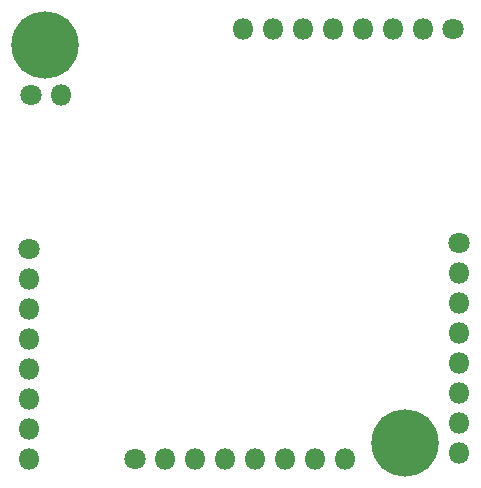
<source format=gbs>
%TF.GenerationSoftware,KiCad,Pcbnew,(5.1.6)-1*%
%TF.CreationDate,2020-12-03T23:45:43-06:00*%
%TF.ProjectId,CANBoard,43414e42-6f61-4726-942e-6b696361645f,v1*%
%TF.SameCoordinates,Original*%
%TF.FileFunction,Soldermask,Bot*%
%TF.FilePolarity,Negative*%
%FSLAX46Y46*%
G04 Gerber Fmt 4.6, Leading zero omitted, Abs format (unit mm)*
G04 Created by KiCad (PCBNEW (5.1.6)-1) date 2020-12-03 23:45:43*
%MOMM*%
%LPD*%
G01*
G04 APERTURE LIST*
%ADD10O,1.800000X1.800000*%
%ADD11C,1.800000*%
%ADD12C,5.700000*%
G04 APERTURE END LIST*
D10*
X137922000Y-64770000D03*
X140462000Y-64770000D03*
X143002000Y-64770000D03*
X145542000Y-64770000D03*
X148082000Y-64770000D03*
X150622000Y-64770000D03*
X153162000Y-64770000D03*
D11*
X155702000Y-64770000D03*
D10*
X122491500Y-70358000D03*
D11*
X119951500Y-70358000D03*
D10*
X156210000Y-100711000D03*
X156210000Y-98171000D03*
X156210000Y-95631000D03*
X156210000Y-93091000D03*
X156210000Y-90551000D03*
X156210000Y-88011000D03*
X156210000Y-85471000D03*
D11*
X156210000Y-82931000D03*
D10*
X119761000Y-101219000D03*
X119761000Y-98679000D03*
X119761000Y-96139000D03*
X119761000Y-93599000D03*
X119761000Y-91059000D03*
X119761000Y-88519000D03*
X119761000Y-85979000D03*
D11*
X119761000Y-83439000D03*
D10*
X146558000Y-101219000D03*
X144018000Y-101219000D03*
X141478000Y-101219000D03*
X138938000Y-101219000D03*
X136398000Y-101219000D03*
X133858000Y-101219000D03*
X131318000Y-101219000D03*
D11*
X128778000Y-101219000D03*
D12*
X121158000Y-66167000D03*
X151638000Y-99822000D03*
M02*

</source>
